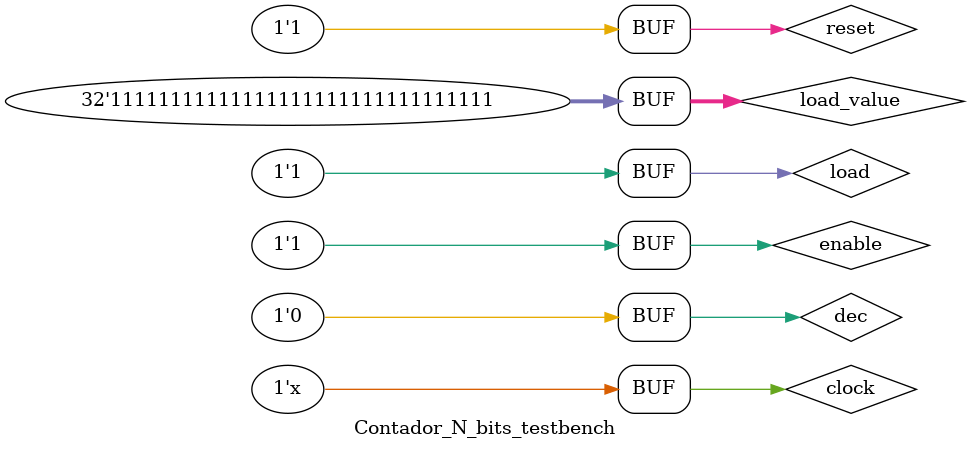
<source format=sv>
`timescale 1ns / 1ps


module Contador_N_bits_testbench();
	logic clock, reset, dec, enable, load;
	logic [31:0] load_value, counterN;

	S4_actividad2 #(.N(32)) DUT(
		.clock(clock),
		.reset(reset),
		.dec(dec),
		.enable(enable),
		.load(load),
		.load_value(load_value),
		.counterN(counterN)
		);
    always #5 clock=~clock;         //señal de clock
	initial begin

        clock = 0;
		reset = 1;				    
		load = 0;
		enable = 0;
		dec = 0;
		load_value = 'd32;
		
		#10

		reset=0;
		load = 1;
		
		#20
		
		reset=1;
		
		#20
		
		reset=0;
		
		#20
		
		enable = 1;
		
		#20
		
		dec = 1;
		
		#20
		
		load = 0;
		enable = 0;
		dec = 0;
		
		#20
		
		reset = 1;
		load = 1;
		enable = 1;
		dec = 1;
		
		#20
		
		reset = 0;
		enable = 0;
		
		#20
		
		load = 0;
		enable = 1;
		dec = 0;
		
		#60
		
		reset = 1;
		
		#20
		
		reset = 0;
		dec = 1;
		
		#60
		
		load = 1;
		enable = 0;
		dec = 0;
		
		#20
		
		load_value = 'hFFFFFFFF;
		
		#20
		
		load = 0;
		enable = 1;
		
		#60
		
		reset = 1;
		enable = 0;
		dec = 1;
		
		#20
		
		reset = 0;
		
		#20
		
		reset = 1;
		enable = 1;
		
		#20
		
		reset = 0;
		load = 1;
		enable = 0;
		
		#20
		
		reset = 1;
		
		#20
		
		reset = 0;
		load = 0;
		enable = 1;
		dec = 0;
		
		#60
		
		enable = 0;
		dec = 1;
		
		#20
		
		reset = 1;
		load = 1;
		enable = 1;
		dec = 0;
			
	
    end	
endmodule

	
		

</source>
